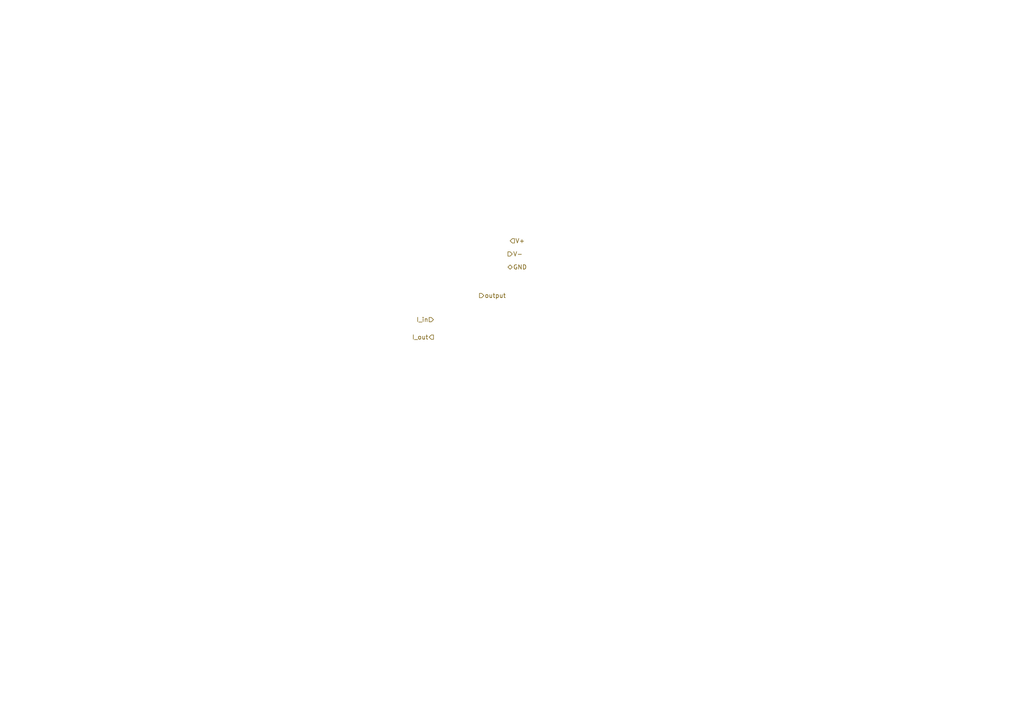
<source format=kicad_sch>
(kicad_sch (version 20211123) (generator eeschema)
  (paper "A4")
  (lib_symbols)
  (hierarchical_label "V-" (shape output) (at 147.32 73.66 0))
  (hierarchical_label "I_out" (shape output) (at 125.73 97.79 180))
  (hierarchical_label "I_in" (shape input) (at 125.73 92.71 180))
  (hierarchical_label "V+" (shape input) (at 147.955 69.85 0))
  (hierarchical_label "GND" (shape bidirectional) (at 147.32 77.47 0))
  (hierarchical_label "output" (shape output) (at 139.065 85.725 0))
)
</source>
